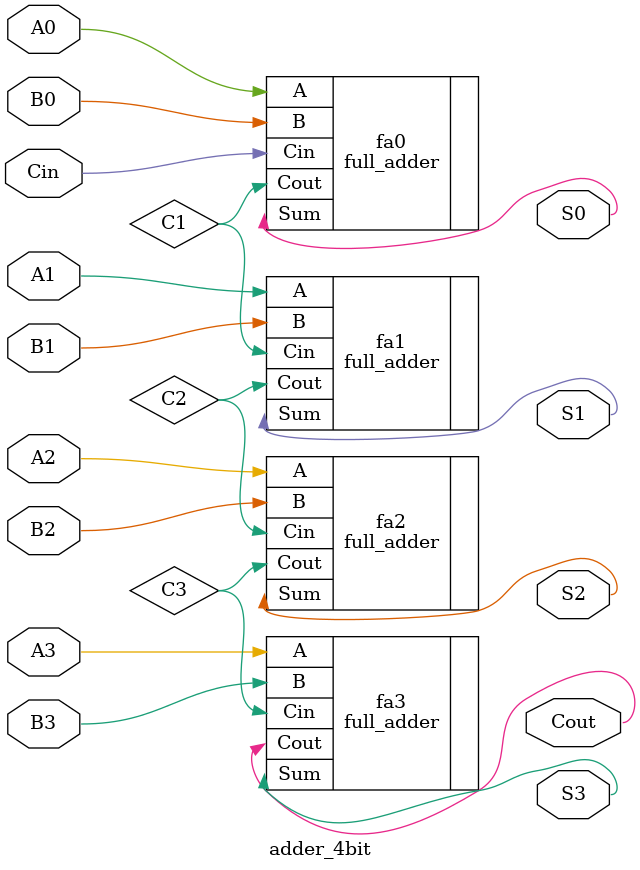
<source format=sv>
module adder_4bit (
    input A0,
    input A1,
    input A2,
    input A3,
    input B0,
    input B1,
    input B2,
    input B3,
    input Cin,
    output S0,
    output S1,
    output S2,
    output S3,
    output Cout
);
    // 4-bit ripple carry adder built from 4 full_adder modules
    // Carry propagates from bit 0 (LSB) to bit 3 (MSB)
    
    wire C1, C2, C3;  // Internal carry signals
    
    // Bit 0 (LSB) - uses input carry Cin
    full_adder fa0 (
        .A(A0),
        .B(B0),
        .Cin(Cin),
        .Sum(S0),
        .Cout(C1)
    );
    
    // Bit 1 - uses carry from bit 0
    full_adder fa1 (
        .A(A1),
        .B(B1),
        .Cin(C1),
        .Sum(S1),
        .Cout(C2)
    );
    
    // Bit 2 - uses carry from bit 1
    full_adder fa2 (
        .A(A2),
        .B(B2),
        .Cin(C2),
        .Sum(S2),
        .Cout(C3)
    );
    
    // Bit 3 (MSB) - uses carry from bit 2, generates final carry out
    full_adder fa3 (
        .A(A3),
        .B(B3),
        .Cin(C3),
        .Sum(S3),
        .Cout(Cout)
    );
    
endmodule
</source>
